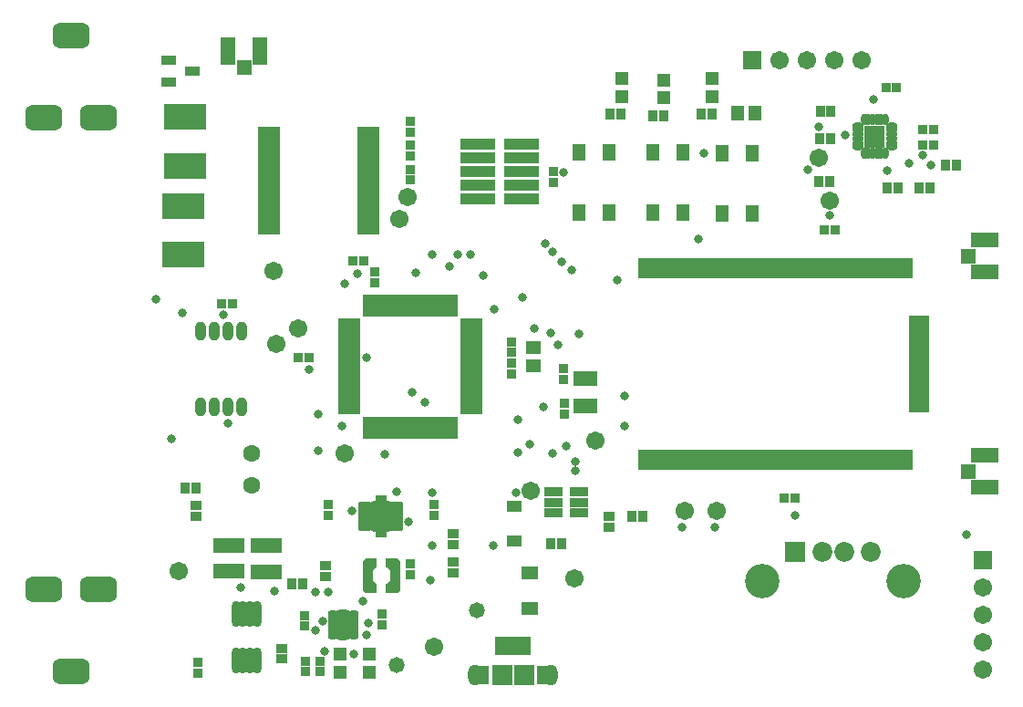
<source format=gts>
G04*
G04 #@! TF.GenerationSoftware,Altium Limited,Altium Designer,20.0.13 (296)*
G04*
G04 Layer_Color=8388736*
%FSLAX25Y25*%
%MOIN*%
G70*
G01*
G75*
%ADD21R,0.05603X0.04383*%
%ADD22C,0.06706*%
%ADD23R,0.03543X0.03543*%
%ADD24R,0.03543X0.03543*%
%ADD25R,0.05512X0.05709*%
%ADD26R,0.05709X0.10236*%
%ADD27R,0.03937X0.03543*%
%ADD28R,0.12575X0.04475*%
%ADD29R,0.05118X0.05512*%
%ADD30R,0.03543X0.03937*%
%ADD31R,0.05315X0.03740*%
%ADD32R,0.03740X0.03740*%
%ADD33R,0.06378X0.05158*%
%ADD34R,0.05472X0.05039*%
%ADD35R,0.08661X0.05512*%
%ADD36R,0.15354X0.09449*%
%ADD37R,0.04724X0.04724*%
%ADD38R,0.04724X0.06299*%
%ADD39R,0.07638X0.08268*%
%ADD40O,0.04134X0.02362*%
%ADD41O,0.02362X0.04134*%
%ADD42R,0.03740X0.07874*%
%ADD43R,0.07874X0.03740*%
%ADD44R,0.05575X0.07575*%
%ADD45R,0.07575X0.05575*%
%ADD46R,0.05709X0.05512*%
%ADD47R,0.10236X0.05709*%
%ADD48R,0.11417X0.05512*%
%ADD49O,0.03347X0.09449*%
%ADD50R,0.07480X0.07677*%
%ADD51R,0.03150X0.06890*%
G04:AMPARAMS|DCode=52|XSize=25.59mil|YSize=35.43mil|CornerRadius=9.84mil|HoleSize=0mil|Usage=FLASHONLY|Rotation=90.000|XOffset=0mil|YOffset=0mil|HoleType=Round|Shape=RoundedRectangle|*
%AMROUNDEDRECTD52*
21,1,0.02559,0.01575,0,0,90.0*
21,1,0.00591,0.03543,0,0,90.0*
1,1,0.01968,0.00787,0.00295*
1,1,0.01968,0.00787,-0.00295*
1,1,0.01968,-0.00787,-0.00295*
1,1,0.01968,-0.00787,0.00295*
%
%ADD52ROUNDEDRECTD52*%
G04:AMPARAMS|DCode=53|XSize=48.82mil|YSize=110.24mil|CornerRadius=9.86mil|HoleSize=0mil|Usage=FLASHONLY|Rotation=0.000|XOffset=0mil|YOffset=0mil|HoleType=Round|Shape=RoundedRectangle|*
%AMROUNDEDRECTD53*
21,1,0.04882,0.09052,0,0,0.0*
21,1,0.02910,0.11024,0,0,0.0*
1,1,0.01972,0.01455,-0.04526*
1,1,0.01972,-0.01455,-0.04526*
1,1,0.01972,-0.01455,0.04526*
1,1,0.01972,0.01455,0.04526*
%
%ADD53ROUNDEDRECTD53*%
G04:AMPARAMS|DCode=54|XSize=26.77mil|YSize=49.21mil|CornerRadius=9.86mil|HoleSize=0mil|Usage=FLASHONLY|Rotation=90.000|XOffset=0mil|YOffset=0mil|HoleType=Round|Shape=RoundedRectangle|*
%AMROUNDEDRECTD54*
21,1,0.02677,0.02950,0,0,90.0*
21,1,0.00706,0.04921,0,0,90.0*
1,1,0.01972,0.01475,0.00353*
1,1,0.01972,0.01475,-0.00353*
1,1,0.01972,-0.01475,-0.00353*
1,1,0.01972,-0.01475,0.00353*
%
%ADD54ROUNDEDRECTD54*%
G04:AMPARAMS|DCode=55|XSize=80.71mil|YSize=110.24mil|CornerRadius=9.82mil|HoleSize=0mil|Usage=FLASHONLY|Rotation=0.000|XOffset=0mil|YOffset=0mil|HoleType=Round|Shape=RoundedRectangle|*
%AMROUNDEDRECTD55*
21,1,0.08071,0.09059,0,0,0.0*
21,1,0.06106,0.11024,0,0,0.0*
1,1,0.01965,0.03053,-0.04530*
1,1,0.01965,-0.03053,-0.04530*
1,1,0.01965,-0.03053,0.04530*
1,1,0.01965,0.03053,0.04530*
%
%ADD55ROUNDEDRECTD55*%
%ADD56R,0.06811X0.03780*%
%ADD57O,0.03937X0.07087*%
%ADD58R,0.07874X0.05118*%
%ADD59R,0.05524X0.06902*%
%ADD60R,0.05524X0.06902*%
%ADD61R,0.01902X0.03556*%
%ADD62R,0.06706X0.06706*%
%ADD63R,0.06706X0.06706*%
G04:AMPARAMS|DCode=64|XSize=94.49mil|YSize=133.86mil|CornerRadius=27.56mil|HoleSize=0mil|Usage=FLASHONLY|Rotation=90.000|XOffset=0mil|YOffset=0mil|HoleType=Round|Shape=RoundedRectangle|*
%AMROUNDEDRECTD64*
21,1,0.09449,0.07874,0,0,90.0*
21,1,0.03937,0.13386,0,0,90.0*
1,1,0.05512,0.03937,0.01968*
1,1,0.05512,0.03937,-0.01968*
1,1,0.05512,-0.03937,-0.01968*
1,1,0.05512,-0.03937,0.01968*
%
%ADD64ROUNDEDRECTD64*%
%ADD65R,0.07284X0.07284*%
%ADD66C,0.07284*%
%ADD67C,0.12598*%
%ADD68C,0.06299*%
%ADD69O,0.05118X0.07677*%
%ADD70C,0.03162*%
%ADD71C,0.05800*%
G36*
X232887Y148921D02*
X232938Y148911D01*
X232988Y148894D01*
X233035Y148871D01*
X233079Y148842D01*
X233118Y148807D01*
X233153Y148768D01*
X233182Y148724D01*
X233205Y148677D01*
X233222Y148627D01*
X233232Y148576D01*
X233236Y148524D01*
Y145768D01*
X233234Y145749D01*
X233234Y145730D01*
X233233Y145723D01*
X233232Y145715D01*
X233228Y145697D01*
X233225Y145679D01*
X233223Y145671D01*
X233222Y145664D01*
X233216Y145646D01*
X233210Y145628D01*
X233208Y145622D01*
X233205Y145614D01*
X233197Y145598D01*
X233189Y145580D01*
X233185Y145574D01*
X233182Y145567D01*
X233172Y145552D01*
X233162Y145536D01*
X233157Y145530D01*
X233153Y145524D01*
X233140Y145510D01*
X233129Y145495D01*
X233123Y145490D01*
X233118Y145484D01*
X233104Y145472D01*
X233090Y145459D01*
X231739Y144339D01*
Y140700D01*
X233090Y139580D01*
X233104Y139567D01*
X233118Y139555D01*
X233123Y139549D01*
X233129Y139544D01*
X233140Y139530D01*
X233153Y139516D01*
X233157Y139509D01*
X233162Y139504D01*
X233172Y139488D01*
X233182Y139472D01*
X233185Y139465D01*
X233189Y139459D01*
X233197Y139442D01*
X233205Y139425D01*
X233208Y139418D01*
X233210Y139411D01*
X233216Y139393D01*
X233222Y139375D01*
X233223Y139368D01*
X233225Y139361D01*
X233228Y139342D01*
X233232Y139324D01*
X233233Y139316D01*
X233234Y139309D01*
X233234Y139290D01*
X233236Y139272D01*
Y136516D01*
X233232Y136463D01*
X233222Y136412D01*
X233205Y136362D01*
X233182Y136315D01*
X233153Y136272D01*
X233118Y136232D01*
X233079Y136198D01*
X233035Y136169D01*
X232988Y136145D01*
X232938Y136128D01*
X232887Y136118D01*
X232835Y136115D01*
X229350D01*
X229298Y136118D01*
X229247Y136128D01*
X229197Y136145D01*
X229150Y136169D01*
X229106Y136198D01*
X229067Y136232D01*
X229067Y136232D01*
X228063Y137236D01*
X228028Y137276D01*
X227999Y137319D01*
X227976Y137366D01*
X227959Y137416D01*
X227949Y137467D01*
X227946Y137520D01*
Y147520D01*
X227949Y147572D01*
X227959Y147623D01*
X227976Y147673D01*
X227999Y147720D01*
X228028Y147764D01*
X228063Y147803D01*
X229067Y148807D01*
X229106Y148842D01*
X229150Y148871D01*
X229197Y148894D01*
X229247Y148911D01*
X229298Y148921D01*
X229350Y148925D01*
X232835D01*
X232887Y148921D01*
D02*
G37*
G36*
X240387D02*
X240438Y148911D01*
X240488Y148894D01*
X240535Y148871D01*
X240579Y148842D01*
X240618Y148807D01*
X241622Y147803D01*
X241657Y147764D01*
X241686Y147720D01*
X241709Y147673D01*
X241726Y147623D01*
X241736Y147572D01*
X241739Y147520D01*
Y137520D01*
X241736Y137467D01*
X241726Y137416D01*
X241709Y137366D01*
X241686Y137319D01*
X241657Y137276D01*
X241622Y137236D01*
X240618Y136232D01*
X240618Y136232D01*
X240579Y136198D01*
X240535Y136169D01*
X240488Y136145D01*
X240438Y136128D01*
X240387Y136118D01*
X240335Y136115D01*
X236850D01*
X236798Y136118D01*
X236747Y136128D01*
X236697Y136145D01*
X236650Y136169D01*
X236606Y136198D01*
X236567Y136232D01*
X236532Y136272D01*
X236503Y136315D01*
X236480Y136362D01*
X236463Y136412D01*
X236453Y136463D01*
X236450Y136516D01*
Y139272D01*
X236451Y139290D01*
X236451Y139309D01*
X236453Y139316D01*
X236453Y139324D01*
X236457Y139342D01*
X236459Y139361D01*
X236462Y139368D01*
X236463Y139375D01*
X236469Y139393D01*
X236474Y139411D01*
X236478Y139418D01*
X236480Y139425D01*
X236488Y139442D01*
X236496Y139459D01*
X236500Y139465D01*
X236503Y139472D01*
X236513Y139488D01*
X236523Y139504D01*
X236528Y139509D01*
X236532Y139516D01*
X236545Y139530D01*
X236557Y139544D01*
X236562Y139549D01*
X236567Y139555D01*
X236581Y139567D01*
X236595Y139580D01*
X237946Y140700D01*
Y144339D01*
X236595Y145459D01*
X236581Y145472D01*
X236567Y145484D01*
X236562Y145490D01*
X236557Y145495D01*
X236545Y145510D01*
X236532Y145524D01*
X236528Y145530D01*
X236523Y145536D01*
X236513Y145552D01*
X236503Y145567D01*
X236500Y145574D01*
X236496Y145580D01*
X236488Y145598D01*
X236480Y145614D01*
X236478Y145622D01*
X236474Y145628D01*
X236469Y145646D01*
X236463Y145664D01*
X236462Y145671D01*
X236459Y145679D01*
X236457Y145697D01*
X236453Y145715D01*
X236453Y145723D01*
X236451Y145730D01*
X236451Y145749D01*
X236450Y145768D01*
Y148524D01*
X236453Y148576D01*
X236463Y148627D01*
X236480Y148677D01*
X236503Y148724D01*
X236532Y148768D01*
X236567Y148807D01*
X236606Y148842D01*
X236650Y148871D01*
X236697Y148894D01*
X236747Y148911D01*
X236798Y148921D01*
X236850Y148925D01*
X240335D01*
X240387Y148921D01*
D02*
G37*
D21*
X283465Y167854D02*
D03*
Y154980D02*
D03*
D22*
X357283Y166142D02*
D03*
X345669D02*
D03*
X253937Y116535D02*
D03*
X195472Y253740D02*
D03*
X394882Y295170D02*
D03*
X398819Y279528D02*
D03*
X221260Y187205D02*
D03*
X160732Y144095D02*
D03*
X244488Y280709D02*
D03*
X241339Y272638D02*
D03*
X289370Y173425D02*
D03*
X196260Y226969D02*
D03*
X204331Y232874D02*
D03*
X305315Y141339D02*
D03*
X312992Y191732D02*
D03*
X454724Y138189D02*
D03*
Y128189D02*
D03*
Y118189D02*
D03*
Y108189D02*
D03*
X380354Y330906D02*
D03*
X390354D02*
D03*
X400354D02*
D03*
X410354D02*
D03*
D23*
X228346Y257480D02*
D03*
X224410D02*
D03*
X432677Y299803D02*
D03*
X436614D02*
D03*
X180315Y241929D02*
D03*
X176378D02*
D03*
X208465Y222047D02*
D03*
X204528D02*
D03*
X386013Y170669D02*
D03*
X382076D02*
D03*
X396840Y268701D02*
D03*
X400777D02*
D03*
X419291Y320669D02*
D03*
X423228D02*
D03*
X432677Y305512D02*
D03*
X436614D02*
D03*
X239843Y142520D02*
D03*
X229842D02*
D03*
D24*
X282480Y224016D02*
D03*
Y227953D02*
D03*
X232283Y249410D02*
D03*
Y253346D02*
D03*
X297636Y289984D02*
D03*
Y286047D02*
D03*
X253937Y168504D02*
D03*
Y164567D02*
D03*
X245472Y146850D02*
D03*
Y142913D02*
D03*
X245472Y295866D02*
D03*
Y299803D02*
D03*
X215551Y168504D02*
D03*
Y164567D02*
D03*
X245472Y304528D02*
D03*
Y308465D02*
D03*
Y290945D02*
D03*
Y287008D02*
D03*
X167913Y106890D02*
D03*
Y110827D02*
D03*
X235236Y128543D02*
D03*
Y124606D02*
D03*
X282480Y216142D02*
D03*
Y220079D02*
D03*
X301772Y205512D02*
D03*
Y201575D02*
D03*
X301575Y214173D02*
D03*
Y218110D02*
D03*
X206890Y124016D02*
D03*
Y127953D02*
D03*
D25*
X184646Y328051D02*
D03*
D26*
X178839Y334055D02*
D03*
X190453D02*
D03*
D27*
X198425Y115945D02*
D03*
Y112008D02*
D03*
X167126Y168110D02*
D03*
Y164173D02*
D03*
X318110Y163976D02*
D03*
Y160039D02*
D03*
X261221Y157677D02*
D03*
Y153740D02*
D03*
Y147373D02*
D03*
Y143436D02*
D03*
X214370Y146063D02*
D03*
Y142126D02*
D03*
D28*
X286150Y280157D02*
D03*
X270150D02*
D03*
X286150Y285157D02*
D03*
X270150D02*
D03*
X286150Y290158D02*
D03*
X270150D02*
D03*
X286150Y295158D02*
D03*
X270150D02*
D03*
X286150Y300157D02*
D03*
X270150D02*
D03*
D29*
X365158Y311417D02*
D03*
X371457D02*
D03*
D30*
X394685Y286417D02*
D03*
X398622D02*
D03*
X445079Y292323D02*
D03*
X441142D02*
D03*
X330315Y164173D02*
D03*
X326378D02*
D03*
X351772Y311024D02*
D03*
X355709D02*
D03*
X334055Y310433D02*
D03*
X337992D02*
D03*
X318504Y311024D02*
D03*
X322441D02*
D03*
X399213Y312205D02*
D03*
X395276D02*
D03*
X395079Y302165D02*
D03*
X399016D02*
D03*
X431496Y284252D02*
D03*
X435433D02*
D03*
X419685D02*
D03*
X423622D02*
D03*
X202165Y139370D02*
D03*
X206102D02*
D03*
X167126Y174606D02*
D03*
X163189D02*
D03*
X296654Y154079D02*
D03*
X300590D02*
D03*
D31*
X165847Y326772D02*
D03*
X156988Y322716D02*
D03*
Y330827D02*
D03*
D32*
X212402Y111024D02*
D03*
Y107480D02*
D03*
X207087Y111024D02*
D03*
Y107480D02*
D03*
D33*
X289173Y130571D02*
D03*
Y143445D02*
D03*
D34*
X290551Y219232D02*
D03*
Y225650D02*
D03*
D35*
X309449Y204527D02*
D03*
Y214370D02*
D03*
D36*
X162402Y259646D02*
D03*
Y277559D02*
D03*
X163189Y310039D02*
D03*
Y292126D02*
D03*
D37*
X219685Y107283D02*
D03*
Y113779D02*
D03*
X230315Y107283D02*
D03*
Y113779D02*
D03*
X322638Y317520D02*
D03*
Y324016D02*
D03*
X337992Y317126D02*
D03*
Y323622D02*
D03*
X355709Y317520D02*
D03*
Y324016D02*
D03*
D38*
X307087Y297024D02*
D03*
X318110Y275024D02*
D03*
X307087D02*
D03*
X318110Y297024D02*
D03*
X334055D02*
D03*
X345079Y275024D02*
D03*
X334055D02*
D03*
X345079Y297024D02*
D03*
X359449Y296827D02*
D03*
X370472Y274827D02*
D03*
X359449D02*
D03*
X370472Y296827D02*
D03*
D39*
X415214Y302953D02*
D03*
D40*
X409013Y299016D02*
D03*
Y300590D02*
D03*
Y302165D02*
D03*
Y303740D02*
D03*
Y305315D02*
D03*
Y306890D02*
D03*
X421414D02*
D03*
Y305315D02*
D03*
Y303740D02*
D03*
Y302165D02*
D03*
Y300590D02*
D03*
Y299016D02*
D03*
D41*
X411277Y309154D02*
D03*
X412851D02*
D03*
X414426D02*
D03*
X416001D02*
D03*
X417576D02*
D03*
X419151D02*
D03*
Y296752D02*
D03*
X417576D02*
D03*
X416001D02*
D03*
X414426D02*
D03*
X412851D02*
D03*
X411277D02*
D03*
D42*
X229724Y241260D02*
D03*
X232874D02*
D03*
X236024D02*
D03*
X239173D02*
D03*
X242323D02*
D03*
X245472D02*
D03*
X248622D02*
D03*
X251772D02*
D03*
X254921D02*
D03*
X258071D02*
D03*
X261221D02*
D03*
Y196535D02*
D03*
X258071D02*
D03*
X254921D02*
D03*
X251772D02*
D03*
X248622D02*
D03*
X245472D02*
D03*
X242323D02*
D03*
X239173D02*
D03*
X236024D02*
D03*
X232874D02*
D03*
X229724D02*
D03*
D43*
X267835Y234646D02*
D03*
Y231496D02*
D03*
Y228346D02*
D03*
Y225197D02*
D03*
Y222047D02*
D03*
Y218898D02*
D03*
Y215748D02*
D03*
Y212598D02*
D03*
Y209449D02*
D03*
Y206299D02*
D03*
Y203150D02*
D03*
X223110D02*
D03*
Y206299D02*
D03*
Y209449D02*
D03*
Y212598D02*
D03*
Y215748D02*
D03*
Y218898D02*
D03*
Y222047D02*
D03*
Y225197D02*
D03*
Y228346D02*
D03*
Y231496D02*
D03*
Y234646D02*
D03*
D44*
X426485Y184882D02*
D03*
X421485D02*
D03*
X416485D02*
D03*
X411485D02*
D03*
X406485D02*
D03*
X401485D02*
D03*
X396485D02*
D03*
X391485D02*
D03*
X386485D02*
D03*
X381485D02*
D03*
X376485D02*
D03*
X371485D02*
D03*
X366485D02*
D03*
X361485D02*
D03*
X356485D02*
D03*
X351485D02*
D03*
X346485D02*
D03*
X341485D02*
D03*
X336485D02*
D03*
X331485D02*
D03*
X426485Y254882D02*
D03*
X421485D02*
D03*
X416485D02*
D03*
X411485D02*
D03*
X406485D02*
D03*
X401485D02*
D03*
X396485D02*
D03*
X391485D02*
D03*
X386485D02*
D03*
X381485D02*
D03*
X376485D02*
D03*
X371485D02*
D03*
X366485D02*
D03*
X361485D02*
D03*
X356485D02*
D03*
X351485D02*
D03*
X346485D02*
D03*
X341485D02*
D03*
X336485D02*
D03*
X331485D02*
D03*
D45*
X431485Y204882D02*
D03*
Y209882D02*
D03*
Y214882D02*
D03*
Y219882D02*
D03*
Y224882D02*
D03*
Y229882D02*
D03*
Y234882D02*
D03*
D46*
X449300Y180512D02*
D03*
Y259252D02*
D03*
D47*
X455304Y186319D02*
D03*
Y174705D02*
D03*
Y253445D02*
D03*
Y265059D02*
D03*
D48*
X178937Y144095D02*
D03*
Y153543D02*
D03*
X192717Y153347D02*
D03*
Y143898D02*
D03*
D49*
X189272Y128347D02*
D03*
X186713D02*
D03*
X184153D02*
D03*
X181595D02*
D03*
X189272Y111417D02*
D03*
X186713D02*
D03*
X184153D02*
D03*
X181595D02*
D03*
D50*
X286918Y106102D02*
D03*
X279044D02*
D03*
D51*
X288099Y116732D02*
D03*
X285540D02*
D03*
X282981D02*
D03*
X280422D02*
D03*
X277863D02*
D03*
D52*
X217126Y128347D02*
D03*
Y126378D02*
D03*
Y124409D02*
D03*
Y122441D02*
D03*
Y120472D02*
D03*
X224606D02*
D03*
Y122441D02*
D03*
Y124409D02*
D03*
Y126378D02*
D03*
Y128347D02*
D03*
D53*
X220866Y124409D02*
D03*
D54*
X240453Y168110D02*
D03*
Y166142D02*
D03*
Y164173D02*
D03*
Y162205D02*
D03*
Y160236D02*
D03*
X228839D02*
D03*
Y162205D02*
D03*
Y164173D02*
D03*
Y166142D02*
D03*
Y168110D02*
D03*
D55*
X234646Y164173D02*
D03*
D56*
X307087Y173031D02*
D03*
Y169291D02*
D03*
Y165551D02*
D03*
X297638D02*
D03*
Y169291D02*
D03*
Y173031D02*
D03*
D57*
X183878Y231791D02*
D03*
X178878D02*
D03*
X173878D02*
D03*
X168878D02*
D03*
X183878Y204035D02*
D03*
X178878D02*
D03*
X173878D02*
D03*
X168878D02*
D03*
D58*
X230118Y286811D02*
D03*
Y282480D02*
D03*
Y278150D02*
D03*
Y273819D02*
D03*
Y269488D02*
D03*
Y291142D02*
D03*
Y295472D02*
D03*
Y299803D02*
D03*
Y304134D02*
D03*
X193898Y269488D02*
D03*
Y273819D02*
D03*
Y278150D02*
D03*
Y282480D02*
D03*
Y286811D02*
D03*
Y291142D02*
D03*
Y295472D02*
D03*
Y299803D02*
D03*
Y304134D02*
D03*
D59*
X294399Y106102D02*
D03*
D60*
X271564Y106102D02*
D03*
D61*
X233661Y158071D02*
D03*
X235630D02*
D03*
Y170276D02*
D03*
X233661D02*
D03*
D62*
X454724Y148189D02*
D03*
D63*
X370354Y330906D02*
D03*
D64*
X121299Y107598D02*
D03*
X111299Y137598D02*
D03*
X131299D02*
D03*
Y309882D02*
D03*
X111299D02*
D03*
X121299Y339882D02*
D03*
D65*
X386221Y151157D02*
D03*
D66*
X396063D02*
D03*
X403937D02*
D03*
X413779D02*
D03*
D67*
X374134Y140488D02*
D03*
X425866D02*
D03*
D68*
X187402Y187205D02*
D03*
Y175394D02*
D03*
D69*
X269202Y106102D02*
D03*
X296761D02*
D03*
D70*
X210630Y136614D02*
D03*
X275590Y153543D02*
D03*
X323819Y197244D02*
D03*
X323622Y208071D02*
D03*
X296654Y231102D02*
D03*
X290896Y232726D02*
D03*
X276181Y239961D02*
D03*
X299410Y226772D02*
D03*
X247441Y253150D02*
D03*
X226181Y252953D02*
D03*
X297441Y260630D02*
D03*
X259842Y255315D02*
D03*
X300590Y257283D02*
D03*
X272047Y251969D02*
D03*
X195866Y136811D02*
D03*
X386024Y164567D02*
D03*
X390748Y290748D02*
D03*
X398819Y274213D02*
D03*
X220276Y197244D02*
D03*
X288976Y190551D02*
D03*
X211811Y201378D02*
D03*
X284646Y187402D02*
D03*
X302559Y189961D02*
D03*
X297441Y187205D02*
D03*
X356890Y160039D02*
D03*
X344882D02*
D03*
X414764Y316535D02*
D03*
X432677Y296063D02*
D03*
X284055Y172835D02*
D03*
X394882Y306496D02*
D03*
X253346Y153543D02*
D03*
X252756Y140748D02*
D03*
X229528Y222047D02*
D03*
X427756Y293110D02*
D03*
X448819Y157480D02*
D03*
X419685Y290354D02*
D03*
X404331Y303346D02*
D03*
X211811Y187992D02*
D03*
X158071Y192323D02*
D03*
X176969Y237795D02*
D03*
X178740Y198031D02*
D03*
X221457Y249213D02*
D03*
X301378Y289961D02*
D03*
X350787Y265551D02*
D03*
X304331Y254134D02*
D03*
X294882Y263779D02*
D03*
X286417Y244094D02*
D03*
X321063Y250394D02*
D03*
X305906Y184252D02*
D03*
Y180905D02*
D03*
X267323Y259646D02*
D03*
X262598Y259842D02*
D03*
X253543Y259646D02*
D03*
X352756Y296850D02*
D03*
X152362Y243504D02*
D03*
X236024Y186811D02*
D03*
X162008Y238583D02*
D03*
X284842Y199606D02*
D03*
X293996Y204035D02*
D03*
X307087Y230906D02*
D03*
X253543Y172835D02*
D03*
X250590Y205906D02*
D03*
X246063Y209449D02*
D03*
X208465Y217717D02*
D03*
X183465Y138189D02*
D03*
X240551Y173228D02*
D03*
X224016Y166142D02*
D03*
X215354Y136614D02*
D03*
X227953Y133268D02*
D03*
X244685Y162205D02*
D03*
X213386Y125787D02*
D03*
X210630Y122441D02*
D03*
X230118Y125000D02*
D03*
X229577Y120866D02*
D03*
X214173Y114764D02*
D03*
X224803Y113779D02*
D03*
X435827Y292520D02*
D03*
D71*
X269685Y129724D02*
D03*
X240354Y109843D02*
D03*
M02*

</source>
